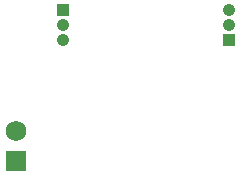
<source format=gbs>
G04*
G04 #@! TF.GenerationSoftware,Altium Limited,Altium Designer,25.2.1 (25)*
G04*
G04 Layer_Color=16711935*
%FSLAX44Y44*%
%MOMM*%
G71*
G04*
G04 #@! TF.SameCoordinates,812CEA7C-EAD6-410B-90F9-CE58292C2D17*
G04*
G04*
G04 #@! TF.FilePolarity,Negative*
G04*
G01*
G75*
%ADD16R,1.0500X1.0500*%
%ADD17C,1.0500*%
%ADD18C,1.7532*%
%ADD19R,1.7532X1.7532*%
D16*
X90000Y252700D02*
D03*
X230000Y227300D02*
D03*
D17*
X90000Y240000D02*
D03*
Y227300D02*
D03*
X230000Y240000D02*
D03*
Y252700D02*
D03*
D18*
X50000Y150000D02*
D03*
D19*
Y124600D02*
D03*
M02*

</source>
